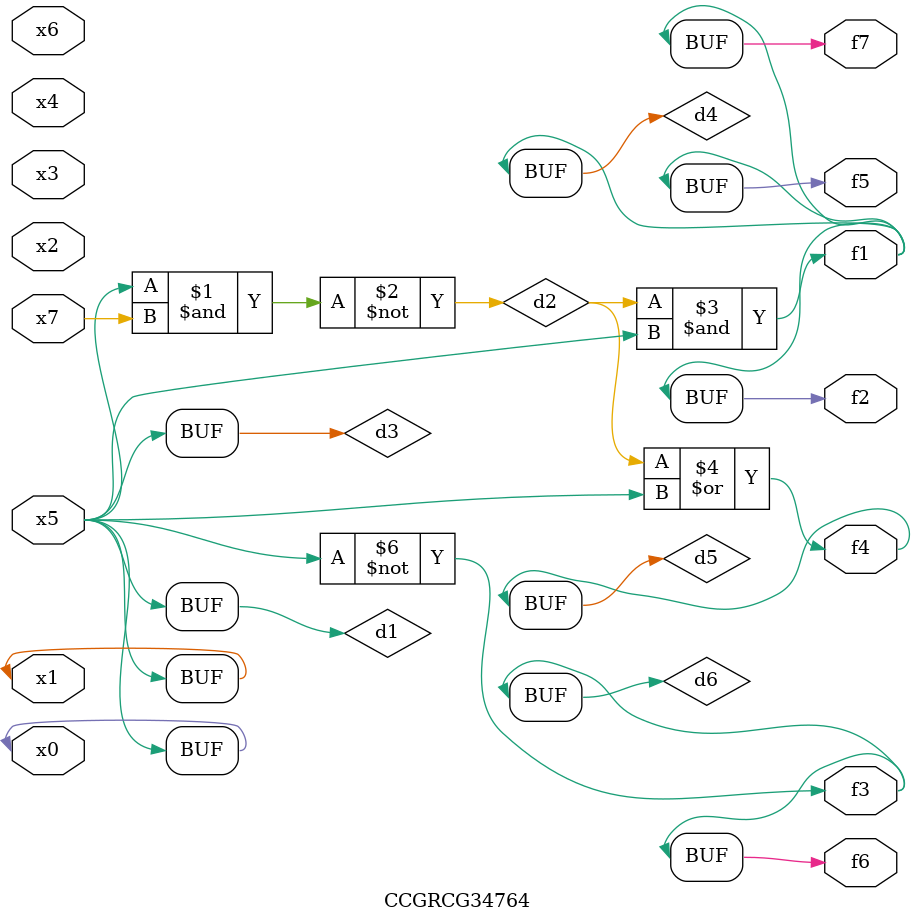
<source format=v>
module CCGRCG34764(
	input x0, x1, x2, x3, x4, x5, x6, x7,
	output f1, f2, f3, f4, f5, f6, f7
);

	wire d1, d2, d3, d4, d5, d6;

	buf (d1, x0, x5);
	nand (d2, x5, x7);
	buf (d3, x0, x1);
	and (d4, d2, d3);
	or (d5, d2, d3);
	nor (d6, d1, d3);
	assign f1 = d4;
	assign f2 = d4;
	assign f3 = d6;
	assign f4 = d5;
	assign f5 = d4;
	assign f6 = d6;
	assign f7 = d4;
endmodule

</source>
